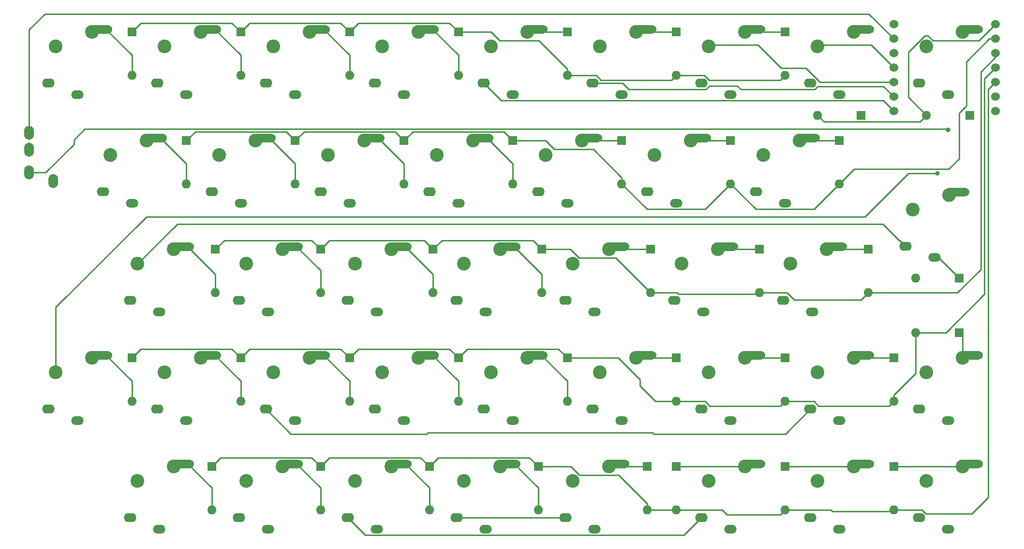
<source format=gbr>
%TF.GenerationSoftware,KiCad,Pcbnew,(7.0.0)*%
%TF.CreationDate,2023-02-28T11:25:28+09:00*%
%TF.ProjectId,sgkb-right,73676b62-2d72-4696-9768-742e6b696361,rev?*%
%TF.SameCoordinates,Original*%
%TF.FileFunction,Copper,L2,Bot*%
%TF.FilePolarity,Positive*%
%FSLAX46Y46*%
G04 Gerber Fmt 4.6, Leading zero omitted, Abs format (unit mm)*
G04 Created by KiCad (PCBNEW (7.0.0)) date 2023-02-28 11:25:28*
%MOMM*%
%LPD*%
G01*
G04 APERTURE LIST*
G04 Aperture macros list*
%AMHorizOval*
0 Thick line with rounded ends*
0 $1 width*
0 $2 $3 position (X,Y) of the first rounded end (center of the circle)*
0 $4 $5 position (X,Y) of the second rounded end (center of the circle)*
0 Add line between two ends*
20,1,$1,$2,$3,$4,$5,0*
0 Add two circle primitives to create the rounded ends*
1,1,$1,$2,$3*
1,1,$1,$4,$5*%
G04 Aperture macros list end*
%TA.AperFunction,ComponentPad*%
%ADD10O,2.200000X1.600000*%
%TD*%
%TA.AperFunction,ComponentPad*%
%ADD11C,2.400000*%
%TD*%
%TA.AperFunction,ComponentPad*%
%ADD12O,2.200000X1.500000*%
%TD*%
%TA.AperFunction,ComponentPad*%
%ADD13HorizOval,1.500000X1.449945X0.012653X-1.449945X-0.012653X0*%
%TD*%
%TA.AperFunction,ComponentPad*%
%ADD14R,1.600000X1.600000*%
%TD*%
%TA.AperFunction,ComponentPad*%
%ADD15O,1.600000X1.600000*%
%TD*%
%TA.AperFunction,ComponentPad*%
%ADD16O,1.700000X2.500000*%
%TD*%
%TA.AperFunction,ComponentPad*%
%ADD17C,1.524000*%
%TD*%
%TA.AperFunction,ViaPad*%
%ADD18C,0.800000*%
%TD*%
%TA.AperFunction,Conductor*%
%ADD19C,0.250000*%
%TD*%
G04 APERTURE END LIST*
D10*
%TO.P,SW5,1,1*%
%TO.N,COL5*%
X99674999Y-51524999D03*
D11*
X100965000Y-45085000D03*
D12*
%TO.P,SW5,2,2*%
%TO.N,Net-(D5-A)*%
X104774999Y-53524999D03*
D11*
X107315000Y-42545000D03*
D13*
X108675041Y-42084598D03*
%TD*%
D14*
%TO.P,D18,1,K*%
%TO.N,Net-(D18-K)*%
X180974999Y-61594999D03*
D15*
%TO.P,D18,2,A*%
%TO.N,ROW2*%
X180974999Y-69214999D03*
%TD*%
D10*
%TO.P,SW33,1,1*%
%TO.N,COL3*%
X80624999Y-108674999D03*
D11*
X81915000Y-102235000D03*
D12*
%TO.P,SW33,2,2*%
%TO.N,Net-(D33-A)*%
X85724999Y-110674999D03*
D11*
X88265000Y-99695000D03*
D13*
X89625041Y-99234598D03*
%TD*%
D10*
%TO.P,SW37,1,1*%
%TO.N,COL4*%
X156824999Y-108674999D03*
D11*
X158115000Y-102235000D03*
D12*
%TO.P,SW37,2,2*%
%TO.N,Net-(D37-K)*%
X161924999Y-110674999D03*
D11*
X164465000Y-99695000D03*
D13*
X165825041Y-99234598D03*
%TD*%
D14*
%TO.P,D39,1,K*%
%TO.N,Net-(D39-K)*%
X201929999Y-95249999D03*
D15*
%TO.P,D39,2,A*%
%TO.N,ROW4*%
X194309999Y-95249999D03*
%TD*%
D10*
%TO.P,SW32,1,1*%
%TO.N,COL2*%
X61574999Y-108674999D03*
D11*
X62865000Y-102235000D03*
D12*
%TO.P,SW32,2,2*%
%TO.N,Net-(D32-A)*%
X66674999Y-110674999D03*
D11*
X69215000Y-99695000D03*
D13*
X70575041Y-99234598D03*
%TD*%
D14*
%TO.P,D22,1,K*%
%TO.N,ROW3*%
X71754999Y-80644999D03*
D15*
%TO.P,D22,2,A*%
%TO.N,Net-(D22-A)*%
X71754999Y-88264999D03*
%TD*%
D10*
%TO.P,SW49,1,1*%
%TO.N,COL2*%
X194924999Y-127724999D03*
D11*
X196215000Y-121285000D03*
D12*
%TO.P,SW49,2,2*%
%TO.N,Net-(D49-K)*%
X200024999Y-129724999D03*
D11*
X202565000Y-118745000D03*
D13*
X203925041Y-118284598D03*
%TD*%
D14*
%TO.P,D33,1,K*%
%TO.N,ROW4*%
X95249999Y-99694999D03*
D15*
%TO.P,D33,2,A*%
%TO.N,Net-(D33-A)*%
X95249999Y-107314999D03*
%TD*%
D14*
%TO.P,D47,1,K*%
%TO.N,Net-(D47-K)*%
X152399999Y-118744999D03*
D15*
%TO.P,D47,2,A*%
%TO.N,ROW5*%
X152399999Y-126364999D03*
%TD*%
D14*
%TO.P,D6,1,K*%
%TO.N,Net-(D6-K)*%
X133349999Y-42544999D03*
D15*
%TO.P,D6,2,A*%
%TO.N,ROW1*%
X133349999Y-50164999D03*
%TD*%
D14*
%TO.P,D45,1,K*%
%TO.N,ROW5*%
X128269999Y-118744999D03*
D15*
%TO.P,D45,2,A*%
%TO.N,Net-(D45-A)*%
X128269999Y-126364999D03*
%TD*%
D10*
%TO.P,SW3,1,1*%
%TO.N,COL3*%
X61574999Y-51524999D03*
D11*
X62865000Y-45085000D03*
D12*
%TO.P,SW3,2,2*%
%TO.N,Net-(D3-A)*%
X66674999Y-53524999D03*
D11*
X69215000Y-42545000D03*
D13*
X70575041Y-42084598D03*
%TD*%
D10*
%TO.P,SW6,1,1*%
%TO.N,COL5*%
X118724999Y-51524999D03*
D11*
X120015000Y-45085000D03*
D12*
%TO.P,SW6,2,2*%
%TO.N,Net-(D6-K)*%
X123824999Y-53524999D03*
D11*
X126365000Y-42545000D03*
D13*
X127725041Y-42084598D03*
%TD*%
D10*
%TO.P,SW46,1,1*%
%TO.N,COL5*%
X133012499Y-127724999D03*
D11*
X134302500Y-121285000D03*
D12*
%TO.P,SW46,2,2*%
%TO.N,Net-(D46-K)*%
X138112499Y-129724999D03*
D11*
X140652500Y-118745000D03*
D13*
X142012541Y-118284598D03*
%TD*%
D10*
%TO.P,SW45,1,1*%
%TO.N,COL5*%
X113962499Y-127724999D03*
D11*
X115252500Y-121285000D03*
D12*
%TO.P,SW45,2,2*%
%TO.N,Net-(D45-A)*%
X119062499Y-129724999D03*
D11*
X121602500Y-118745000D03*
D13*
X122962541Y-118284598D03*
%TD*%
D10*
%TO.P,SW17,1,1*%
%TO.N,COL4*%
X147299999Y-70574999D03*
D11*
X148590000Y-64135000D03*
D12*
%TO.P,SW17,2,2*%
%TO.N,Net-(D17-K)*%
X152399999Y-72574999D03*
D11*
X154940000Y-61595000D03*
D13*
X156300041Y-61134598D03*
%TD*%
D14*
%TO.P,D2,1,K*%
%TO.N,ROW1*%
X57149999Y-42544999D03*
D15*
%TO.P,D2,2,A*%
%TO.N,Net-(D2-A)*%
X57149999Y-50164999D03*
%TD*%
D14*
%TO.P,D7,1,K*%
%TO.N,Net-(D7-K)*%
X152399999Y-42544999D03*
D15*
%TO.P,D7,2,A*%
%TO.N,ROW1*%
X152399999Y-50164999D03*
%TD*%
D10*
%TO.P,SW48,1,1*%
%TO.N,COL3*%
X175874999Y-127724999D03*
D11*
X177165000Y-121285000D03*
D12*
%TO.P,SW48,2,2*%
%TO.N,Net-(D48-K)*%
X180974999Y-129724999D03*
D11*
X183515000Y-118745000D03*
D13*
X184875041Y-118284598D03*
%TD*%
D14*
%TO.P,D32,1,K*%
%TO.N,ROW4*%
X76199999Y-99694999D03*
D15*
%TO.P,D32,2,A*%
%TO.N,Net-(D32-A)*%
X76199999Y-107314999D03*
%TD*%
D14*
%TO.P,D15,1,K*%
%TO.N,ROW2*%
X123824999Y-61594999D03*
D15*
%TO.P,D15,2,A*%
%TO.N,Net-(D15-A)*%
X123824999Y-69214999D03*
%TD*%
D14*
%TO.P,D5,1,K*%
%TO.N,ROW1*%
X114299999Y-42544999D03*
D15*
%TO.P,D5,2,A*%
%TO.N,Net-(D5-A)*%
X114299999Y-50164999D03*
%TD*%
D14*
%TO.P,D8,1,K*%
%TO.N,Net-(D8-K)*%
X171449999Y-42544999D03*
D15*
%TO.P,D8,2,A*%
%TO.N,ROW1*%
X171449999Y-50164999D03*
%TD*%
D14*
%TO.P,D12,1,K*%
%TO.N,ROW2*%
X66674999Y-61594999D03*
D15*
%TO.P,D12,2,A*%
%TO.N,Net-(D12-A)*%
X66674999Y-69214999D03*
%TD*%
D10*
%TO.P,SW34,1,1*%
%TO.N,COL4*%
X99674999Y-108674999D03*
D11*
X100965000Y-102235000D03*
D12*
%TO.P,SW34,2,2*%
%TO.N,Net-(D34-A)*%
X104774999Y-110674999D03*
D11*
X107315000Y-99695000D03*
D13*
X108675041Y-99234598D03*
%TD*%
D10*
%TO.P,SW14,1,1*%
%TO.N,COL4*%
X90149999Y-70574999D03*
D11*
X91440000Y-64135000D03*
D12*
%TO.P,SW14,2,2*%
%TO.N,Net-(D14-A)*%
X95249999Y-72574999D03*
D11*
X97790000Y-61595000D03*
D13*
X99150041Y-61134598D03*
%TD*%
D14*
%TO.P,D31,1,K*%
%TO.N,ROW4*%
X57149999Y-99694999D03*
D15*
%TO.P,D31,2,A*%
%TO.N,Net-(D31-A)*%
X57149999Y-107314999D03*
%TD*%
D14*
%TO.P,D9,1,K*%
%TO.N,Net-(D9-K)*%
X184784999Y-57149999D03*
D15*
%TO.P,D9,2,A*%
%TO.N,ROW1*%
X177164999Y-57149999D03*
%TD*%
D10*
%TO.P,SW8,1,1*%
%TO.N,COL3*%
X156824999Y-51524999D03*
D11*
X158115000Y-45085000D03*
D12*
%TO.P,SW8,2,2*%
%TO.N,Net-(D8-K)*%
X161924999Y-53524999D03*
D11*
X164465000Y-42545000D03*
D13*
X165825041Y-42084598D03*
%TD*%
D10*
%TO.P,SW28,1,1*%
%TO.N,COL3*%
X171112499Y-89624999D03*
D11*
X172402500Y-83185000D03*
D12*
%TO.P,SW28,2,2*%
%TO.N,Net-(D28-K)*%
X176212499Y-91624999D03*
D11*
X178752500Y-80645000D03*
D13*
X180112541Y-80184598D03*
%TD*%
D10*
%TO.P,SW25,1,1*%
%TO.N,COL5*%
X113962499Y-89624999D03*
D11*
X115252500Y-83185000D03*
D12*
%TO.P,SW25,2,2*%
%TO.N,Net-(D25-A)*%
X119062499Y-91624999D03*
D11*
X121602500Y-80645000D03*
D13*
X122962541Y-80184598D03*
%TD*%
D14*
%TO.P,D10,1,K*%
%TO.N,Net-(D10-K)*%
X203834999Y-57149999D03*
D15*
%TO.P,D10,2,A*%
%TO.N,ROW1*%
X196214999Y-57149999D03*
%TD*%
D14*
%TO.P,D36,1,K*%
%TO.N,Net-(D36-K)*%
X152399999Y-99694999D03*
D15*
%TO.P,D36,2,A*%
%TO.N,ROW4*%
X152399999Y-107314999D03*
%TD*%
D14*
%TO.P,D34,1,K*%
%TO.N,ROW4*%
X114299999Y-99694999D03*
D15*
%TO.P,D34,2,A*%
%TO.N,Net-(D34-A)*%
X114299999Y-107314999D03*
%TD*%
D14*
%TO.P,D38,1,K*%
%TO.N,Net-(D38-K)*%
X190499999Y-99694999D03*
D15*
%TO.P,D38,2,A*%
%TO.N,ROW4*%
X190499999Y-107314999D03*
%TD*%
D14*
%TO.P,D27,1,K*%
%TO.N,Net-(D27-K)*%
X167004999Y-80644999D03*
D15*
%TO.P,D27,2,A*%
%TO.N,ROW3*%
X167004999Y-88264999D03*
%TD*%
D10*
%TO.P,SW35,1,1*%
%TO.N,COL5*%
X118724999Y-108674999D03*
D11*
X120015000Y-102235000D03*
D12*
%TO.P,SW35,2,2*%
%TO.N,Net-(D35-A)*%
X123824999Y-110674999D03*
D11*
X126365000Y-99695000D03*
D13*
X127725041Y-99234598D03*
%TD*%
D10*
%TO.P,SW31,1,1*%
%TO.N,COL1*%
X42524999Y-108674999D03*
D11*
X43815000Y-102235000D03*
D12*
%TO.P,SW31,2,2*%
%TO.N,Net-(D31-A)*%
X47624999Y-110674999D03*
D11*
X50165000Y-99695000D03*
D13*
X51525041Y-99234598D03*
%TD*%
D10*
%TO.P,SW42,1,1*%
%TO.N,COL2*%
X56812499Y-127724999D03*
D11*
X58102500Y-121285000D03*
D12*
%TO.P,SW42,2,2*%
%TO.N,Net-(D42-A)*%
X61912499Y-129724999D03*
D11*
X64452500Y-118745000D03*
D13*
X65812541Y-118284598D03*
%TD*%
D14*
%TO.P,D35,1,K*%
%TO.N,ROW4*%
X133349999Y-99694999D03*
D15*
%TO.P,D35,2,A*%
%TO.N,Net-(D35-A)*%
X133349999Y-107314999D03*
%TD*%
D14*
%TO.P,D42,1,K*%
%TO.N,ROW5*%
X71119999Y-118744999D03*
D15*
%TO.P,D42,2,A*%
%TO.N,Net-(D42-A)*%
X71119999Y-126364999D03*
%TD*%
D10*
%TO.P,SW15,1,1*%
%TO.N,COL5*%
X109199999Y-70574999D03*
D11*
X110490000Y-64135000D03*
D12*
%TO.P,SW15,2,2*%
%TO.N,Net-(D15-A)*%
X114299999Y-72574999D03*
D11*
X116840000Y-61595000D03*
D13*
X118200041Y-61134598D03*
%TD*%
D10*
%TO.P,SW44,1,1*%
%TO.N,COL4*%
X94912499Y-127724999D03*
D11*
X96202500Y-121285000D03*
D12*
%TO.P,SW44,2,2*%
%TO.N,Net-(D44-A)*%
X100012499Y-129724999D03*
D11*
X102552500Y-118745000D03*
D13*
X103912541Y-118284598D03*
%TD*%
D14*
%TO.P,D48,1,K*%
%TO.N,Net-(D48-K)*%
X171449999Y-118744999D03*
D15*
%TO.P,D48,2,A*%
%TO.N,ROW5*%
X171449999Y-126364999D03*
%TD*%
D10*
%TO.P,SW43,1,1*%
%TO.N,COL3*%
X75862499Y-127724999D03*
D11*
X77152500Y-121285000D03*
D12*
%TO.P,SW43,2,2*%
%TO.N,Net-(D43-A)*%
X80962499Y-129724999D03*
D11*
X83502500Y-118745000D03*
D13*
X84862541Y-118284598D03*
%TD*%
D14*
%TO.P,D43,1,K*%
%TO.N,ROW5*%
X90169999Y-118744999D03*
D15*
%TO.P,D43,2,A*%
%TO.N,Net-(D43-A)*%
X90169999Y-126364999D03*
%TD*%
D14*
%TO.P,D13,1,K*%
%TO.N,ROW2*%
X85724999Y-61594999D03*
D15*
%TO.P,D13,2,A*%
%TO.N,Net-(D13-A)*%
X85724999Y-69214999D03*
%TD*%
D10*
%TO.P,SW12,1,1*%
%TO.N,COL2*%
X52049999Y-70574999D03*
D11*
X53340000Y-64135000D03*
D12*
%TO.P,SW12,2,2*%
%TO.N,Net-(D12-A)*%
X57149999Y-72574999D03*
D11*
X59690000Y-61595000D03*
D13*
X61050041Y-61134598D03*
%TD*%
D10*
%TO.P,SW36,1,1*%
%TO.N,COL5*%
X137774999Y-108674999D03*
D11*
X139065000Y-102235000D03*
D12*
%TO.P,SW36,2,2*%
%TO.N,Net-(D36-K)*%
X142874999Y-110674999D03*
D11*
X145415000Y-99695000D03*
D13*
X146775041Y-99234598D03*
%TD*%
D10*
%TO.P,SW39,1,1*%
%TO.N,COL2*%
X194924999Y-108674999D03*
D11*
X196215000Y-102235000D03*
D12*
%TO.P,SW39,2,2*%
%TO.N,Net-(D39-K)*%
X200024999Y-110674999D03*
D11*
X202565000Y-99695000D03*
D13*
X203925041Y-99234598D03*
%TD*%
D10*
%TO.P,SW18,1,1*%
%TO.N,COL3*%
X166349999Y-70574999D03*
D11*
X167640000Y-64135000D03*
D12*
%TO.P,SW18,2,2*%
%TO.N,Net-(D18-K)*%
X171449999Y-72574999D03*
D11*
X173990000Y-61595000D03*
D13*
X175350041Y-61134598D03*
%TD*%
D10*
%TO.P,SW47,1,1*%
%TO.N,COL4*%
X156824999Y-127724999D03*
D11*
X158115000Y-121285000D03*
D12*
%TO.P,SW47,2,2*%
%TO.N,Net-(D47-K)*%
X161924999Y-129724999D03*
D11*
X164465000Y-118745000D03*
D13*
X165825041Y-118284598D03*
%TD*%
D10*
%TO.P,SW23,1,1*%
%TO.N,COL3*%
X75862499Y-89624999D03*
D11*
X77152500Y-83185000D03*
D12*
%TO.P,SW23,2,2*%
%TO.N,Net-(D23-A)*%
X80962499Y-91624999D03*
D11*
X83502500Y-80645000D03*
D13*
X84862541Y-80184598D03*
%TD*%
D14*
%TO.P,D3,1,K*%
%TO.N,ROW1*%
X76199999Y-42544999D03*
D15*
%TO.P,D3,2,A*%
%TO.N,Net-(D3-A)*%
X76199999Y-50164999D03*
%TD*%
D10*
%TO.P,SW24,1,1*%
%TO.N,COL4*%
X94912499Y-89624999D03*
D11*
X96202500Y-83185000D03*
D12*
%TO.P,SW24,2,2*%
%TO.N,Net-(D24-A)*%
X100012499Y-91624999D03*
D11*
X102552500Y-80645000D03*
D13*
X103912541Y-80184598D03*
%TD*%
D10*
%TO.P,SW16,1,1*%
%TO.N,COL5*%
X128249999Y-70574999D03*
D11*
X129540000Y-64135000D03*
D12*
%TO.P,SW16,2,2*%
%TO.N,Net-(D16-K)*%
X133349999Y-72574999D03*
D11*
X135890000Y-61595000D03*
D13*
X137250041Y-61134598D03*
%TD*%
D14*
%TO.P,D25,1,K*%
%TO.N,ROW3*%
X128904999Y-80644999D03*
D15*
%TO.P,D25,2,A*%
%TO.N,Net-(D25-A)*%
X128904999Y-88264999D03*
%TD*%
D10*
%TO.P,SW26,1,1*%
%TO.N,COL5*%
X133012499Y-89624999D03*
D11*
X134302500Y-83185000D03*
D12*
%TO.P,SW26,2,2*%
%TO.N,Net-(D26-K)*%
X138112499Y-91624999D03*
D11*
X140652500Y-80645000D03*
D13*
X142012541Y-80184598D03*
%TD*%
D10*
%TO.P,SW9,1,1*%
%TO.N,COL2*%
X175874999Y-51524999D03*
D11*
X177165000Y-45085000D03*
D12*
%TO.P,SW9,2,2*%
%TO.N,Net-(D9-K)*%
X180974999Y-53524999D03*
D11*
X183515000Y-42545000D03*
D13*
X184875041Y-42084598D03*
%TD*%
D10*
%TO.P,SW19,1,1*%
%TO.N,COL2*%
X192543749Y-80099999D03*
D11*
X193833750Y-73660000D03*
D12*
%TO.P,SW19,2,2*%
%TO.N,Net-(D19-K)*%
X197643749Y-82099999D03*
D11*
X200183750Y-71120000D03*
D13*
X201543791Y-70659598D03*
%TD*%
D14*
%TO.P,D44,1,K*%
%TO.N,ROW5*%
X109219999Y-118744999D03*
D15*
%TO.P,D44,2,A*%
%TO.N,Net-(D44-A)*%
X109219999Y-126364999D03*
%TD*%
D14*
%TO.P,D4,1,K*%
%TO.N,ROW1*%
X95249999Y-42544999D03*
D15*
%TO.P,D4,2,A*%
%TO.N,Net-(D4-A)*%
X95249999Y-50164999D03*
%TD*%
D14*
%TO.P,D28,1,K*%
%TO.N,Net-(D28-K)*%
X186054999Y-80644999D03*
D15*
%TO.P,D28,2,A*%
%TO.N,ROW3*%
X186054999Y-88264999D03*
%TD*%
D10*
%TO.P,SW10,1,1*%
%TO.N,COL1*%
X194924999Y-51524999D03*
D11*
X196215000Y-45085000D03*
D12*
%TO.P,SW10,2,2*%
%TO.N,Net-(D10-K)*%
X200024999Y-53524999D03*
D11*
X202565000Y-42545000D03*
D13*
X203925041Y-42084598D03*
%TD*%
D10*
%TO.P,SW4,1,1*%
%TO.N,COL4*%
X80624999Y-51524999D03*
D11*
X81915000Y-45085000D03*
D12*
%TO.P,SW4,2,2*%
%TO.N,Net-(D4-A)*%
X85724999Y-53524999D03*
D11*
X88265000Y-42545000D03*
D13*
X89625041Y-42084598D03*
%TD*%
D14*
%TO.P,D26,1,K*%
%TO.N,Net-(D26-K)*%
X147954999Y-80644999D03*
D15*
%TO.P,D26,2,A*%
%TO.N,ROW3*%
X147954999Y-88264999D03*
%TD*%
D14*
%TO.P,D17,1,K*%
%TO.N,Net-(D17-K)*%
X161924999Y-61594999D03*
D15*
%TO.P,D17,2,A*%
%TO.N,ROW2*%
X161924999Y-69214999D03*
%TD*%
D14*
%TO.P,D19,1,K*%
%TO.N,Net-(D19-K)*%
X201929999Y-85724999D03*
D15*
%TO.P,D19,2,A*%
%TO.N,ROW2*%
X194309999Y-85724999D03*
%TD*%
D10*
%TO.P,SW27,1,1*%
%TO.N,COL4*%
X152062499Y-89624999D03*
D11*
X153352500Y-83185000D03*
D12*
%TO.P,SW27,2,2*%
%TO.N,Net-(D27-K)*%
X157162499Y-91624999D03*
D11*
X159702500Y-80645000D03*
D13*
X161062541Y-80184598D03*
%TD*%
D14*
%TO.P,D24,1,K*%
%TO.N,ROW3*%
X109854999Y-80644999D03*
D15*
%TO.P,D24,2,A*%
%TO.N,Net-(D24-A)*%
X109854999Y-88264999D03*
%TD*%
D14*
%TO.P,D49,1,K*%
%TO.N,Net-(D49-K)*%
X190499999Y-118744999D03*
D15*
%TO.P,D49,2,A*%
%TO.N,ROW5*%
X190499999Y-126364999D03*
%TD*%
D10*
%TO.P,SW22,1,1*%
%TO.N,COL2*%
X56812499Y-89624999D03*
D11*
X58102500Y-83185000D03*
D12*
%TO.P,SW22,2,2*%
%TO.N,Net-(D22-A)*%
X61912499Y-91624999D03*
D11*
X64452500Y-80645000D03*
D13*
X65812541Y-80184598D03*
%TD*%
D14*
%TO.P,D16,1,K*%
%TO.N,Net-(D16-K)*%
X142874999Y-61594999D03*
D15*
%TO.P,D16,2,A*%
%TO.N,ROW2*%
X142874999Y-69214999D03*
%TD*%
D10*
%TO.P,SW2,1,1*%
%TO.N,COL2*%
X42524999Y-51524999D03*
D11*
X43815000Y-45085000D03*
D12*
%TO.P,SW2,2,2*%
%TO.N,Net-(D2-A)*%
X47624999Y-53524999D03*
D11*
X50165000Y-42545000D03*
D13*
X51525041Y-42084598D03*
%TD*%
D10*
%TO.P,SW7,1,1*%
%TO.N,COL4*%
X137774999Y-51524999D03*
D11*
X139065000Y-45085000D03*
D12*
%TO.P,SW7,2,2*%
%TO.N,Net-(D7-K)*%
X142874999Y-53524999D03*
D11*
X145415000Y-42545000D03*
D13*
X146775041Y-42084598D03*
%TD*%
D10*
%TO.P,SW13,1,1*%
%TO.N,COL3*%
X71099999Y-70574999D03*
D11*
X72390000Y-64135000D03*
D12*
%TO.P,SW13,2,2*%
%TO.N,Net-(D13-A)*%
X76199999Y-72574999D03*
D11*
X78740000Y-61595000D03*
D13*
X80100041Y-61134598D03*
%TD*%
D14*
%TO.P,D23,1,K*%
%TO.N,ROW3*%
X90169999Y-80644999D03*
D15*
%TO.P,D23,2,A*%
%TO.N,Net-(D23-A)*%
X90169999Y-88264999D03*
%TD*%
D14*
%TO.P,D14,1,K*%
%TO.N,ROW2*%
X104774999Y-61594999D03*
D15*
%TO.P,D14,2,A*%
%TO.N,Net-(D14-A)*%
X104774999Y-69214999D03*
%TD*%
D14*
%TO.P,D46,1,K*%
%TO.N,Net-(D46-K)*%
X147319999Y-118744999D03*
D15*
%TO.P,D46,2,A*%
%TO.N,ROW5*%
X147319999Y-126364999D03*
%TD*%
D14*
%TO.P,D37,1,K*%
%TO.N,Net-(D37-K)*%
X171449999Y-99694999D03*
D15*
%TO.P,D37,2,A*%
%TO.N,ROW4*%
X171449999Y-107314999D03*
%TD*%
D10*
%TO.P,SW38,1,1*%
%TO.N,COL3*%
X175874999Y-108674999D03*
D11*
X177165000Y-102235000D03*
D12*
%TO.P,SW38,2,2*%
%TO.N,Net-(D38-K)*%
X180974999Y-110674999D03*
D11*
X183515000Y-99695000D03*
D13*
X184875041Y-99234598D03*
%TD*%
D16*
%TO.P,J1,A*%
%TO.N,VCC*%
X43374999Y-68704999D03*
%TO.P,J1,B*%
%TO.N,GND*%
X39174999Y-60204999D03*
%TO.P,J1,C*%
%TO.N,unconnected-(J1-PadC)*%
X39174999Y-63204999D03*
%TO.P,J1,D*%
%TO.N,TX*%
X39174999Y-67204999D03*
%TD*%
D17*
%TO.P,U1,1,PA02_A0_D0*%
%TO.N,ROW1*%
X208300000Y-41200000D03*
%TO.P,U1,2,PA4_A1_D1*%
%TO.N,ROW2*%
X208300000Y-43740000D03*
%TO.P,U1,3,PA10_A2_D2*%
%TO.N,ROW3*%
X208300000Y-46280000D03*
%TO.P,U1,4,PA11_A3_D3*%
%TO.N,ROW4*%
X208300000Y-48820000D03*
%TO.P,U1,5,PA8_A4_D4_SDA*%
%TO.N,ROW5*%
X208300000Y-51360000D03*
%TO.P,U1,6,PA9_A5_D5_SCL*%
%TO.N,COL1*%
X208300000Y-53900000D03*
%TO.P,U1,7,PB08_A6_D6_TX*%
%TO.N,TX*%
X208300000Y-56440000D03*
%TO.P,U1,8,PB09_A7_D7_RX*%
%TO.N,COL5*%
X190520000Y-56440000D03*
%TO.P,U1,9,PA7_A8_D8_SCK*%
%TO.N,COL4*%
X190520000Y-53900000D03*
%TO.P,U1,10,PA5_A9_D9_MISO*%
%TO.N,COL3*%
X190520000Y-51360000D03*
%TO.P,U1,11,PA6_A10_D10_MOSI*%
%TO.N,COL2*%
X190520000Y-48820000D03*
%TO.P,U1,12,3V3*%
%TO.N,VCC*%
X190520000Y-46280000D03*
%TO.P,U1,13,GND*%
%TO.N,GND*%
X190520000Y-43740000D03*
%TO.P,U1,14,5V*%
%TO.N,unconnected-(U1-5V-Pad14)*%
X190520000Y-41200000D03*
%TD*%
D18*
%TO.N,TX*%
X200025000Y-59690000D03*
%TO.N,COL1*%
X198120000Y-67310000D03*
%TD*%
D19*
%TO.N,ROW1*%
X170650001Y-50964999D02*
X158155989Y-50964999D01*
X196466676Y-43180000D02*
X195963324Y-43180000D01*
X157355990Y-50165000D02*
X152400000Y-50165000D01*
X96801899Y-40993101D02*
X112748101Y-40993101D01*
X193040000Y-53975000D02*
X196215000Y-57150000D01*
X193040000Y-46103324D02*
X193040000Y-53975000D01*
X138430000Y-50165000D02*
X133350000Y-50165000D01*
X133350000Y-50165000D02*
X133350000Y-49033630D01*
X151600001Y-50964999D02*
X139229999Y-50964999D01*
X93698101Y-40993101D02*
X95250000Y-42545000D01*
X112748101Y-40993101D02*
X114300000Y-42545000D01*
X133350000Y-49033630D02*
X128386370Y-44070000D01*
X74648101Y-40993101D02*
X76200000Y-42545000D01*
X197356676Y-44070000D02*
X196466676Y-43180000D01*
X76200000Y-42545000D02*
X77751899Y-40993101D01*
X128386370Y-44070000D02*
X121540000Y-44070000D01*
X57150000Y-42545000D02*
X58701899Y-40993101D01*
X178290000Y-58275000D02*
X177165000Y-57150000D01*
X121540000Y-44070000D02*
X120015000Y-42545000D01*
X171450000Y-50165000D02*
X170650001Y-50964999D01*
X205430000Y-44070000D02*
X197356676Y-44070000D01*
X139229999Y-50964999D02*
X138430000Y-50165000D01*
X196215000Y-57150000D02*
X195090000Y-58275000D01*
X95250000Y-42545000D02*
X96801899Y-40993101D01*
X77751899Y-40993101D02*
X93698101Y-40993101D01*
X120015000Y-42545000D02*
X114300000Y-42545000D01*
X195090000Y-58275000D02*
X178290000Y-58275000D01*
X58701899Y-40993101D02*
X74648101Y-40993101D01*
X195963324Y-43180000D02*
X193040000Y-46103324D01*
X208300000Y-41200000D02*
X205430000Y-44070000D01*
X152400000Y-50165000D02*
X151600001Y-50964999D01*
X158155989Y-50964999D02*
X157355990Y-50165000D01*
%TO.N,Net-(D2-A)*%
X57150000Y-50165000D02*
X57150000Y-46600000D01*
X57150000Y-46600000D02*
X52625000Y-42075000D01*
%TO.N,Net-(D3-A)*%
X76200000Y-50165000D02*
X76200000Y-46600000D01*
X76200000Y-46600000D02*
X71675000Y-42075000D01*
%TO.N,Net-(D4-A)*%
X95250000Y-50165000D02*
X95250000Y-46600000D01*
X95250000Y-46600000D02*
X90725000Y-42075000D01*
%TO.N,Net-(D5-A)*%
X114300000Y-46600000D02*
X109775000Y-42075000D01*
X114300000Y-50165000D02*
X114300000Y-46600000D01*
%TO.N,Net-(D6-K)*%
X128825000Y-42075000D02*
X129295000Y-42545000D01*
X129295000Y-42545000D02*
X133350000Y-42545000D01*
%TO.N,Net-(D7-K)*%
X148345000Y-42545000D02*
X152400000Y-42545000D01*
X147875000Y-42075000D02*
X148345000Y-42545000D01*
%TO.N,Net-(D8-K)*%
X166925000Y-42075000D02*
X167395000Y-42545000D01*
X167395000Y-42545000D02*
X171450000Y-42545000D01*
%TO.N,ROW2*%
X147310000Y-73650000D02*
X142875000Y-69215000D01*
X85725000Y-61595000D02*
X84173101Y-60043101D01*
X203200000Y-55535000D02*
X203200000Y-47762370D01*
X87276899Y-60043101D02*
X85725000Y-61595000D01*
X106326899Y-60043101D02*
X104775000Y-61595000D01*
X157490000Y-73650000D02*
X147310000Y-73650000D01*
X122273101Y-60043101D02*
X106326899Y-60043101D01*
X180975000Y-69215000D02*
X176540000Y-73650000D01*
X207222370Y-43740000D02*
X208300000Y-43740000D01*
X201930000Y-56805000D02*
X203200000Y-55535000D01*
X84173101Y-60043101D02*
X68226899Y-60043101D01*
X203200000Y-47762370D02*
X207222370Y-43740000D01*
X131065000Y-63120000D02*
X129540000Y-61595000D01*
X129540000Y-61595000D02*
X123825000Y-61595000D01*
X200115000Y-66585000D02*
X201930000Y-64770000D01*
X201930000Y-64770000D02*
X201930000Y-56805000D01*
X142875000Y-69215000D02*
X142875000Y-68083630D01*
X68226899Y-60043101D02*
X66675000Y-61595000D01*
X176540000Y-73650000D02*
X166360000Y-73650000D01*
X183605000Y-66585000D02*
X200115000Y-66585000D01*
X104775000Y-61595000D02*
X103223101Y-60043101D01*
X142875000Y-68083630D02*
X137911370Y-63120000D01*
X103223101Y-60043101D02*
X87276899Y-60043101D01*
X180975000Y-69215000D02*
X183605000Y-66585000D01*
X161925000Y-69215000D02*
X157490000Y-73650000D01*
X166360000Y-73650000D02*
X161925000Y-69215000D01*
X123825000Y-61595000D02*
X122273101Y-60043101D01*
X137911370Y-63120000D02*
X131065000Y-63120000D01*
%TO.N,Net-(D12-A)*%
X66675000Y-69215000D02*
X66675000Y-65650000D01*
X66675000Y-65650000D02*
X62150000Y-61125000D01*
%TO.N,Net-(D13-A)*%
X85725000Y-65650000D02*
X81200000Y-61125000D01*
X85725000Y-69215000D02*
X85725000Y-65650000D01*
%TO.N,Net-(D14-A)*%
X104775000Y-65650000D02*
X100250000Y-61125000D01*
X104775000Y-69215000D02*
X104775000Y-65650000D01*
%TO.N,Net-(D15-A)*%
X123825000Y-69215000D02*
X123825000Y-65650000D01*
X123825000Y-65650000D02*
X119300000Y-61125000D01*
%TO.N,Net-(D16-K)*%
X138350000Y-61125000D02*
X138820000Y-61595000D01*
X138820000Y-61595000D02*
X142875000Y-61595000D01*
%TO.N,Net-(D17-K)*%
X157400000Y-61125000D02*
X157870000Y-61595000D01*
X157870000Y-61595000D02*
X161925000Y-61595000D01*
%TO.N,Net-(D18-K)*%
X176920000Y-61595000D02*
X180975000Y-61595000D01*
X176450000Y-61125000D02*
X176920000Y-61595000D01*
%TO.N,Net-(D19-K)*%
X197643750Y-82100000D02*
X198305000Y-82100000D01*
X198305000Y-82100000D02*
X201930000Y-85725000D01*
%TO.N,ROW3*%
X73306899Y-79093101D02*
X71755000Y-80645000D01*
X173093490Y-89535000D02*
X171823490Y-88265000D01*
X133919176Y-80645000D02*
X128905000Y-80645000D01*
X201640000Y-88265000D02*
X186055000Y-88265000D01*
X184785000Y-89535000D02*
X173093490Y-89535000D01*
X152593490Y-88265000D02*
X147955000Y-88265000D01*
X186055000Y-88265000D02*
X184785000Y-89535000D01*
X88618101Y-79093101D02*
X73306899Y-79093101D01*
X152878490Y-88550000D02*
X152593490Y-88265000D01*
X109855000Y-80645000D02*
X108306511Y-79096511D01*
X147955000Y-88265000D02*
X141860000Y-82170000D01*
X205740000Y-49530000D02*
X205740000Y-84165000D01*
X205740000Y-84165000D02*
X201640000Y-88265000D01*
X91718489Y-79096511D02*
X90170000Y-80645000D01*
X128905000Y-80645000D02*
X127353101Y-79093101D01*
X127353101Y-79093101D02*
X111406899Y-79093101D01*
X171823490Y-88265000D02*
X167005000Y-88265000D01*
X141860000Y-82170000D02*
X135444176Y-82170000D01*
X208300000Y-46280000D02*
X208300000Y-46970000D01*
X108306511Y-79096511D02*
X91718489Y-79096511D01*
X166720000Y-88550000D02*
X152878490Y-88550000D01*
X167005000Y-88265000D02*
X166720000Y-88550000D01*
X135444176Y-82170000D02*
X133919176Y-80645000D01*
X90170000Y-80645000D02*
X88618101Y-79093101D01*
X208300000Y-46970000D02*
X205740000Y-49530000D01*
X111406899Y-79093101D02*
X109855000Y-80645000D01*
%TO.N,Net-(D22-A)*%
X71755000Y-85017500D02*
X66912500Y-80175000D01*
X71755000Y-88265000D02*
X71755000Y-85017500D01*
%TO.N,Net-(D23-A)*%
X90170000Y-84382500D02*
X85962500Y-80175000D01*
X90170000Y-88265000D02*
X90170000Y-84382500D01*
%TO.N,Net-(D24-A)*%
X109855000Y-85017500D02*
X105012500Y-80175000D01*
X109855000Y-88265000D02*
X109855000Y-85017500D01*
%TO.N,Net-(D25-A)*%
X128905000Y-85017500D02*
X124062500Y-80175000D01*
X128905000Y-88265000D02*
X128905000Y-85017500D01*
%TO.N,Net-(D26-K)*%
X143582500Y-80645000D02*
X147955000Y-80645000D01*
X143112500Y-80175000D02*
X143582500Y-80645000D01*
%TO.N,Net-(D27-K)*%
X162162500Y-80175000D02*
X162632500Y-80645000D01*
X162632500Y-80645000D02*
X167005000Y-80645000D01*
%TO.N,Net-(D28-K)*%
X181682500Y-80645000D02*
X186055000Y-80645000D01*
X181212500Y-80175000D02*
X181682500Y-80645000D01*
%TO.N,ROW4*%
X190500000Y-107315000D02*
X189700001Y-108114999D01*
X189700001Y-108114999D02*
X177329999Y-108114999D01*
X95250000Y-99695000D02*
X93698101Y-98143101D01*
X190500000Y-107315000D02*
X190500000Y-106183630D01*
X148762588Y-107315000D02*
X146050000Y-104602412D01*
X146050000Y-103505000D02*
X142240000Y-99695000D01*
X206375000Y-50745000D02*
X206375000Y-88555000D01*
X74648101Y-98143101D02*
X58701899Y-98143101D01*
X115851899Y-98143101D02*
X114300000Y-99695000D01*
X176530000Y-107315000D02*
X171450000Y-107315000D01*
X112748101Y-98143101D02*
X96801899Y-98143101D01*
X158279999Y-108114999D02*
X157480000Y-107315000D01*
X77751899Y-98143101D02*
X76200000Y-99695000D01*
X142240000Y-99695000D02*
X133350000Y-99695000D01*
X190500000Y-106183630D02*
X194310000Y-102373630D01*
X114300000Y-99695000D02*
X112748101Y-98143101D01*
X131798101Y-98143101D02*
X115851899Y-98143101D01*
X58701899Y-98143101D02*
X57150000Y-99695000D01*
X152400000Y-107315000D02*
X148762588Y-107315000D01*
X194310000Y-102373630D02*
X194310000Y-95250000D01*
X208300000Y-48820000D02*
X206375000Y-50745000D01*
X146050000Y-104602412D02*
X146050000Y-103505000D01*
X133350000Y-99695000D02*
X131798101Y-98143101D01*
X96801899Y-98143101D02*
X95250000Y-99695000D01*
X93698101Y-98143101D02*
X77751899Y-98143101D01*
X76200000Y-99695000D02*
X74648101Y-98143101D01*
X199680000Y-95250000D02*
X194310000Y-95250000D01*
X171450000Y-107315000D02*
X170650001Y-108114999D01*
X206375000Y-88555000D02*
X199680000Y-95250000D01*
X157480000Y-107315000D02*
X152400000Y-107315000D01*
X170650001Y-108114999D02*
X158279999Y-108114999D01*
X177329999Y-108114999D02*
X176530000Y-107315000D01*
%TO.N,Net-(D31-A)*%
X57150000Y-103750000D02*
X52625000Y-99225000D01*
X57150000Y-107315000D02*
X57150000Y-103750000D01*
%TO.N,Net-(D32-A)*%
X76200000Y-103750000D02*
X71675000Y-99225000D01*
X76200000Y-107315000D02*
X76200000Y-103750000D01*
%TO.N,Net-(D33-A)*%
X95250000Y-103750000D02*
X90725000Y-99225000D01*
X95250000Y-107315000D02*
X95250000Y-103750000D01*
%TO.N,Net-(D34-A)*%
X114300000Y-103750000D02*
X109775000Y-99225000D01*
X114300000Y-107315000D02*
X114300000Y-103750000D01*
%TO.N,Net-(D35-A)*%
X133350000Y-103750000D02*
X128825000Y-99225000D01*
X133350000Y-107315000D02*
X133350000Y-103750000D01*
%TO.N,Net-(D36-K)*%
X148345000Y-99695000D02*
X152400000Y-99695000D01*
X147875000Y-99225000D02*
X148345000Y-99695000D01*
%TO.N,Net-(D37-K)*%
X166925000Y-99225000D02*
X167395000Y-99695000D01*
X167395000Y-99695000D02*
X171450000Y-99695000D01*
%TO.N,Net-(D38-K)*%
X186445000Y-99695000D02*
X190500000Y-99695000D01*
X185975000Y-99225000D02*
X186445000Y-99695000D01*
%TO.N,Net-(D39-K)*%
X202565000Y-95885000D02*
X201930000Y-95250000D01*
X202565000Y-99695000D02*
X202565000Y-95885000D01*
%TO.N,ROW5*%
X72671899Y-117193101D02*
X71120000Y-118745000D01*
X126721511Y-117196511D02*
X110768489Y-117196511D01*
X90170000Y-118745000D02*
X88618101Y-117193101D01*
X190215000Y-126650000D02*
X190500000Y-126365000D01*
X196090990Y-127000000D02*
X195455990Y-126365000D01*
X135510000Y-120270000D02*
X133985000Y-118745000D01*
X207010000Y-124143122D02*
X204153122Y-127000000D01*
X147320000Y-126365000D02*
X152400000Y-126365000D01*
X109220000Y-118745000D02*
X107668101Y-117193101D01*
X128270000Y-118745000D02*
X126721511Y-117196511D01*
X133985000Y-118745000D02*
X128270000Y-118745000D01*
X110768489Y-117196511D02*
X109220000Y-118745000D01*
X142356370Y-120270000D02*
X135510000Y-120270000D01*
X204153122Y-127000000D02*
X196090990Y-127000000D01*
X147320000Y-126365000D02*
X147320000Y-125233630D01*
X195455990Y-126365000D02*
X190500000Y-126365000D01*
X88618101Y-117193101D02*
X72671899Y-117193101D01*
X207010000Y-52650000D02*
X207010000Y-124143122D01*
X179804847Y-126650000D02*
X190215000Y-126650000D01*
X170650001Y-127164999D02*
X171450000Y-126365000D01*
X171450000Y-126365000D02*
X179519847Y-126365000D01*
X147320000Y-125233630D02*
X142356370Y-120270000D01*
X179519847Y-126365000D02*
X179804847Y-126650000D01*
X107668101Y-117193101D02*
X91721899Y-117193101D01*
X152400000Y-126365000D02*
X160469847Y-126365000D01*
X91721899Y-117193101D02*
X90170000Y-118745000D01*
X161269846Y-127164999D02*
X170650001Y-127164999D01*
X160469847Y-126365000D02*
X161269846Y-127164999D01*
X208300000Y-51360000D02*
X207010000Y-52650000D01*
%TO.N,Net-(D42-A)*%
X71120000Y-122482500D02*
X66912500Y-118275000D01*
X71120000Y-126365000D02*
X71120000Y-122482500D01*
%TO.N,Net-(D43-A)*%
X90170000Y-126365000D02*
X90170000Y-122482500D01*
X90170000Y-122482500D02*
X85962500Y-118275000D01*
%TO.N,Net-(D44-A)*%
X109220000Y-122482500D02*
X105012500Y-118275000D01*
X109220000Y-126365000D02*
X109220000Y-122482500D01*
%TO.N,Net-(D45-A)*%
X128270000Y-126365000D02*
X128270000Y-122482500D01*
X128270000Y-122482500D02*
X124062500Y-118275000D01*
%TO.N,Net-(D46-K)*%
X147320000Y-118745000D02*
X140652500Y-118745000D01*
%TO.N,Net-(D47-K)*%
X164465000Y-118745000D02*
X152400000Y-118745000D01*
%TO.N,Net-(D48-K)*%
X183515000Y-118745000D02*
X171450000Y-118745000D01*
%TO.N,Net-(D49-K)*%
X202565000Y-118745000D02*
X190500000Y-118745000D01*
%TO.N,TX*%
X48895000Y-59593101D02*
X46990000Y-61498101D01*
X42042215Y-67205000D02*
X39175000Y-67205000D01*
X46990000Y-61498101D02*
X46990000Y-62257215D01*
X199928101Y-59593101D02*
X48895000Y-59593101D01*
X46990000Y-62257215D02*
X42042215Y-67205000D01*
X200025000Y-59690000D02*
X199928101Y-59593101D01*
%TO.N,GND*%
X190520000Y-43740000D02*
X186150000Y-39370000D01*
X186150000Y-39370000D02*
X41910000Y-39370000D01*
X39175000Y-42105000D02*
X39175000Y-60205000D01*
X41910000Y-39370000D02*
X39175000Y-42105000D01*
%TO.N,COL2*%
X186500000Y-44800000D02*
X177450000Y-44800000D01*
X192543750Y-80100000D02*
X191536851Y-79093101D01*
X177450000Y-44800000D02*
X177165000Y-45085000D01*
X190520000Y-48820000D02*
X186500000Y-44800000D01*
X188595000Y-76200000D02*
X65087500Y-76200000D01*
X65087500Y-76200000D02*
X58102500Y-83185000D01*
X191488101Y-79093101D02*
X188595000Y-76200000D01*
X191536851Y-79093101D02*
X191488101Y-79093101D01*
%TO.N,COL3*%
X177600990Y-51360000D02*
X175140990Y-48900000D01*
X170820000Y-48900000D02*
X166720000Y-44800000D01*
X148248465Y-112825000D02*
X108926535Y-112825000D01*
X175875000Y-108675000D02*
X171520000Y-113030000D01*
X158400000Y-44800000D02*
X158115000Y-45085000D01*
X108721535Y-113030000D02*
X84980000Y-113030000D01*
X190520000Y-51360000D02*
X177600990Y-51360000D01*
X166720000Y-44800000D02*
X158400000Y-44800000D01*
X148453465Y-113030000D02*
X148248465Y-112825000D01*
X108926535Y-112825000D02*
X108721535Y-113030000D01*
X175140990Y-48900000D02*
X170820000Y-48900000D01*
X171520000Y-113030000D02*
X148453465Y-113030000D01*
X84980000Y-113030000D02*
X80625000Y-108675000D01*
%TO.N,COL4*%
X156825000Y-127725000D02*
X153750000Y-130800000D01*
X153750000Y-130800000D02*
X97987500Y-130800000D01*
X177220990Y-52070000D02*
X176640990Y-52650000D01*
X144110001Y-52650000D02*
X142985001Y-51525000D01*
X163115990Y-51990990D02*
X158250000Y-51990990D01*
X190520000Y-53900000D02*
X188690000Y-52070000D01*
X158250000Y-51990990D02*
X157590990Y-52650000D01*
X157590990Y-52650000D02*
X144110001Y-52650000D01*
X163775000Y-52650000D02*
X163115990Y-51990990D01*
X176640990Y-52650000D02*
X163775000Y-52650000D01*
X188690000Y-52070000D02*
X177220990Y-52070000D01*
X97987500Y-130800000D02*
X94912500Y-127725000D01*
X142985001Y-51525000D02*
X137775000Y-51525000D01*
%TO.N,COL5*%
X190520000Y-56440000D02*
X188680000Y-54600000D01*
X133012500Y-127725000D02*
X113962500Y-127725000D01*
X188680000Y-54600000D02*
X121800000Y-54600000D01*
X121800000Y-54600000D02*
X118725000Y-51525000D01*
%TO.N,COL1*%
X193040000Y-67310000D02*
X185420000Y-74930000D01*
X185420000Y-74930000D02*
X59690000Y-74930000D01*
X59690000Y-74930000D02*
X43815000Y-90805000D01*
X198120000Y-67310000D02*
X193040000Y-67310000D01*
X43815000Y-90805000D02*
X43815000Y-102235000D01*
%TD*%
M02*

</source>
